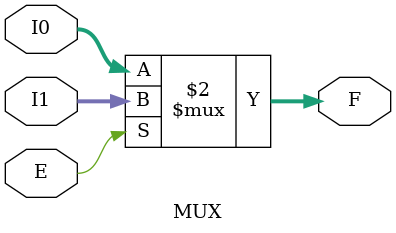
<source format=v>
module MUX(I0,I1,E,F);

	input [31:0]I0;
	input [31:0]I1;
	input E;
	output [31:0]F;

	//TODO
	assign F = (E == 0) ? I0 : I1; 
endmodule
</source>
